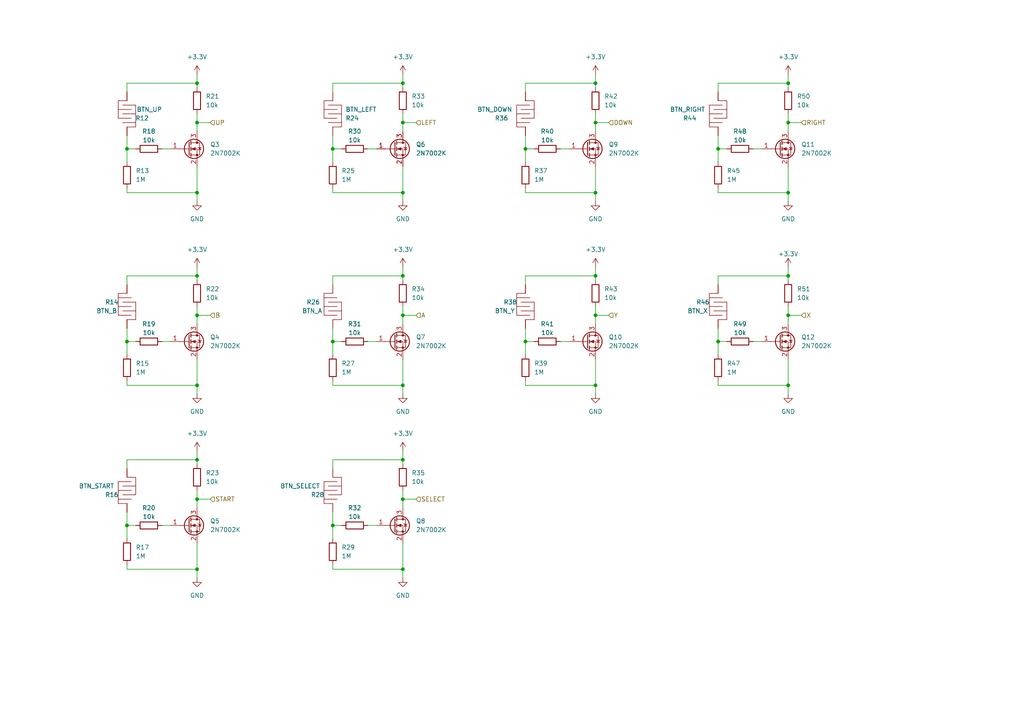
<source format=kicad_sch>
(kicad_sch (version 20211123) (generator eeschema)
  (paper "A4")
  (lib_symbols
    (symbol "Device:R" (pin_numbers hide) (pin_names (offset 0))
      (property "Reference" "R" (at 2.032 0 90))
      (property "Value" "R" (at 0 0 90))
      (symbol "R_0_1"
        (rectangle (start -1.016 -2.54) (end 1.016 2.54) (stroke (width 0.254)))
      )
      (symbol "R_1_1"
        (pin passive line (at 0 3.81 270) (length 1.27) (name "~") (number "1"))
        (pin passive line (at 0 -3.81 90) (length 1.27) (name "~") (number "2"))
      )
    )
    (symbol "Prj_touch_sensors:Resistive_Touch_Pad" (pin_numbers hide) (pin_names hide)
      (property "Reference" "R" (at -3.81 -1.27 0))
      (property "Value" "Resistive_Touch_Pad" (at -12.7 1.27 0))
      (symbol "Resistive_Touch_Pad_0_1"
        (polyline (pts (xy -2.54 0) (xy 1.27 0)))
        (polyline (pts (xy -2.54 2.54) (xy 1.27 2.54)))
        (polyline (pts (xy -1.27 -1.27) (xy 2.54 -1.27)))
        (polyline (pts (xy 0 3.81) (xy -2.54 3.81) (xy -2.54 -2.54)))
        (polyline (pts (xy 1.27 -2.54) (xy -2.54 -2.54) (xy 0 -2.54)))
        (polyline (pts (xy 2.54 1.27) (xy 0 1.27) (xy -1.27 1.27)))
        (polyline (pts (xy 0 -3.81) (xy 2.54 -3.81) (xy 2.54 1.27) (xy 2.54 1.27)))
      )
      (symbol "Resistive_Touch_Pad_1_1"
        (pin passive line (at 0 6.35 270) (length 2.54) (name "") (number "1"))
        (pin passive line (at 0 -6.35 90) (length 2.54) (name "") (number "2"))
      )
    )
    (symbol "Resistive_Touch_Pad_1" (pin_numbers hide) (pin_names hide)
      (property "Reference" "R" (at -3.81 -1.27 0))
      (property "Value" "Resistive_Touch_Pad_1" (at -12.7 1.27 0))
      (symbol "Resistive_Touch_Pad_1_0_1"
        (polyline (pts (xy -2.54 0) (xy 1.27 0)))
        (polyline (pts (xy -2.54 2.54) (xy 1.27 2.54)))
        (polyline (pts (xy -1.27 -1.27) (xy 2.54 -1.27)))
        (polyline (pts (xy 0 3.81) (xy -2.54 3.81) (xy -2.54 -2.54)))
        (polyline (pts (xy 1.27 -2.54) (xy -2.54 -2.54) (xy 0 -2.54)))
        (polyline (pts (xy 2.54 1.27) (xy 0 1.27) (xy -1.27 1.27)))
        (polyline (pts (xy 0 -3.81) (xy 2.54 -3.81) (xy 2.54 1.27) (xy 2.54 1.27)))
      )
      (symbol "Resistive_Touch_Pad_1_1_1"
        (pin passive line (at 0 6.35 270) (length 2.54) (name "") (number "1"))
        (pin passive line (at 0 -6.35 90) (length 2.54) (name "") (number "2"))
      )
    )
    (symbol "Resistive_Touch_Pad_2" (pin_numbers hide) (pin_names hide)
      (property "Reference" "R" (at -3.81 -1.27 0))
      (property "Value" "Resistive_Touch_Pad_2" (at -12.7 1.27 0))
      (symbol "Resistive_Touch_Pad_2_0_1"
        (polyline (pts (xy -2.54 0) (xy 1.27 0)))
        (polyline (pts (xy -2.54 2.54) (xy 1.27 2.54)))
        (polyline (pts (xy -1.27 -1.27) (xy 2.54 -1.27)))
        (polyline (pts (xy 0 3.81) (xy -2.54 3.81) (xy -2.54 -2.54)))
        (polyline (pts (xy 1.27 -2.54) (xy -2.54 -2.54) (xy 0 -2.54)))
        (polyline (pts (xy 2.54 1.27) (xy 0 1.27) (xy -1.27 1.27)))
        (polyline (pts (xy 0 -3.81) (xy 2.54 -3.81) (xy 2.54 1.27) (xy 2.54 1.27)))
      )
      (symbol "Resistive_Touch_Pad_2_1_1"
        (pin passive line (at 0 6.35 270) (length 2.54) (name "") (number "1"))
        (pin passive line (at 0 -6.35 90) (length 2.54) (name "") (number "2"))
      )
    )
    (symbol "Resistive_Touch_Pad_3" (pin_numbers hide) (pin_names hide)
      (property "Reference" "R" (at -3.81 -1.27 0))
      (property "Value" "Resistive_Touch_Pad_3" (at -12.7 1.27 0))
      (symbol "Resistive_Touch_Pad_3_0_1"
        (polyline (pts (xy -2.54 0) (xy 1.27 0)))
        (polyline (pts (xy -2.54 2.54) (xy 1.27 2.54)))
        (polyline (pts (xy -1.27 -1.27) (xy 2.54 -1.27)))
        (polyline (pts (xy 0 3.81) (xy -2.54 3.81) (xy -2.54 -2.54)))
        (polyline (pts (xy 1.27 -2.54) (xy -2.54 -2.54) (xy 0 -2.54)))
        (polyline (pts (xy 2.54 1.27) (xy 0 1.27) (xy -1.27 1.27)))
        (polyline (pts (xy 0 -3.81) (xy 2.54 -3.81) (xy 2.54 1.27) (xy 2.54 1.27)))
      )
      (symbol "Resistive_Touch_Pad_3_1_1"
        (pin passive line (at 0 6.35 270) (length 2.54) (name "") (number "1"))
        (pin passive line (at 0 -6.35 90) (length 2.54) (name "") (number "2"))
      )
    )
    (symbol "Resistive_Touch_Pad_4" (pin_numbers hide) (pin_names hide)
      (property "Reference" "R" (at -3.81 -1.27 0))
      (property "Value" "Resistive_Touch_Pad_4" (at -12.7 1.27 0))
      (symbol "Resistive_Touch_Pad_4_0_1"
        (polyline (pts (xy -2.54 0) (xy 1.27 0)))
        (polyline (pts (xy -2.54 2.54) (xy 1.27 2.54)))
        (polyline (pts (xy -1.27 -1.27) (xy 2.54 -1.27)))
        (polyline (pts (xy 0 3.81) (xy -2.54 3.81) (xy -2.54 -2.54)))
        (polyline (pts (xy 1.27 -2.54) (xy -2.54 -2.54) (xy 0 -2.54)))
        (polyline (pts (xy 2.54 1.27) (xy 0 1.27) (xy -1.27 1.27)))
        (polyline (pts (xy 0 -3.81) (xy 2.54 -3.81) (xy 2.54 1.27) (xy 2.54 1.27)))
      )
      (symbol "Resistive_Touch_Pad_4_1_1"
        (pin passive line (at 0 6.35 270) (length 2.54) (name "") (number "1"))
        (pin passive line (at 0 -6.35 90) (length 2.54) (name "") (number "2"))
      )
    )
    (symbol "Resistive_Touch_Pad_5" (pin_numbers hide) (pin_names hide)
      (property "Reference" "R" (at -3.81 -1.27 0))
      (property "Value" "Resistive_Touch_Pad_5" (at -12.7 1.27 0))
      (symbol "Resistive_Touch_Pad_5_0_1"
        (polyline (pts (xy -2.54 0) (xy 1.27 0)))
        (polyline (pts (xy -2.54 2.54) (xy 1.27 2.54)))
        (polyline (pts (xy -1.27 -1.27) (xy 2.54 -1.27)))
        (polyline (pts (xy 0 3.81) (xy -2.54 3.81) (xy -2.54 -2.54)))
        (polyline (pts (xy 1.27 -2.54) (xy -2.54 -2.54) (xy 0 -2.54)))
        (polyline (pts (xy 2.54 1.27) (xy 0 1.27) (xy -1.27 1.27)))
        (polyline (pts (xy 0 -3.81) (xy 2.54 -3.81) (xy 2.54 1.27) (xy 2.54 1.27)))
      )
      (symbol "Resistive_Touch_Pad_5_1_1"
        (pin passive line (at 0 6.35 270) (length 2.54) (name "") (number "1"))
        (pin passive line (at 0 -6.35 90) (length 2.54) (name "") (number "2"))
      )
    )
    (symbol "Resistive_Touch_Pad_6" (pin_numbers hide) (pin_names hide)
      (property "Reference" "R" (at -3.81 -1.27 0))
      (property "Value" "Resistive_Touch_Pad_6" (at -12.7 1.27 0))
      (symbol "Resistive_Touch_Pad_6_0_1"
        (polyline (pts (xy -2.54 0) (xy 1.27 0)))
        (polyline (pts (xy -2.54 2.54) (xy 1.27 2.54)))
        (polyline (pts (xy -1.27 -1.27) (xy 2.54 -1.27)))
        (polyline (pts (xy 0 3.81) (xy -2.54 3.81) (xy -2.54 -2.54)))
        (polyline (pts (xy 1.27 -2.54) (xy -2.54 -2.54) (xy 0 -2.54)))
        (polyline (pts (xy 2.54 1.27) (xy 0 1.27) (xy -1.27 1.27)))
        (polyline (pts (xy 0 -3.81) (xy 2.54 -3.81) (xy 2.54 1.27) (xy 2.54 1.27)))
      )
      (symbol "Resistive_Touch_Pad_6_1_1"
        (pin passive line (at 0 6.35 270) (length 2.54) (name "") (number "1"))
        (pin passive line (at 0 -6.35 90) (length 2.54) (name "") (number "2"))
      )
    )
    (symbol "Resistive_Touch_Pad_7" (pin_numbers hide) (pin_names hide)
      (property "Reference" "R" (at -3.81 -1.27 0))
      (property "Value" "Resistive_Touch_Pad_7" (at -12.7 1.27 0))
      (symbol "Resistive_Touch_Pad_7_0_1"
        (polyline (pts (xy -2.54 0) (xy 1.27 0)))
        (polyline (pts (xy -2.54 2.54) (xy 1.27 2.54)))
        (polyline (pts (xy -1.27 -1.27) (xy 2.54 -1.27)))
        (polyline (pts (xy 0 3.81) (xy -2.54 3.81) (xy -2.54 -2.54)))
        (polyline (pts (xy 1.27 -2.54) (xy -2.54 -2.54) (xy 0 -2.54)))
        (polyline (pts (xy 2.54 1.27) (xy 0 1.27) (xy -1.27 1.27)))
        (polyline (pts (xy 0 -3.81) (xy 2.54 -3.81) (xy 2.54 1.27) (xy 2.54 1.27)))
      )
      (symbol "Resistive_Touch_Pad_7_1_1"
        (pin passive line (at 0 6.35 270) (length 2.54) (name "") (number "1"))
        (pin passive line (at 0 -6.35 90) (length 2.54) (name "") (number "2"))
      )
    )
    (symbol "Resistive_Touch_Pad_8" (pin_numbers hide) (pin_names hide)
      (property "Reference" "R" (at -3.81 -1.27 0))
      (property "Value" "Resistive_Touch_Pad_8" (at -12.7 1.27 0))
      (symbol "Resistive_Touch_Pad_8_0_1"
        (polyline (pts (xy -2.54 0) (xy 1.27 0)))
        (polyline (pts (xy -2.54 2.54) (xy 1.27 2.54)))
        (polyline (pts (xy -1.27 -1.27) (xy 2.54 -1.27)))
        (polyline (pts (xy 0 3.81) (xy -2.54 3.81) (xy -2.54 -2.54)))
        (polyline (pts (xy 1.27 -2.54) (xy -2.54 -2.54) (xy 0 -2.54)))
        (polyline (pts (xy 2.54 1.27) (xy 0 1.27) (xy -1.27 1.27)))
        (polyline (pts (xy 0 -3.81) (xy 2.54 -3.81) (xy 2.54 1.27) (xy 2.54 1.27)))
      )
      (symbol "Resistive_Touch_Pad_8_1_1"
        (pin passive line (at 0 6.35 270) (length 2.54) (name "") (number "1"))
        (pin passive line (at 0 -6.35 90) (length 2.54) (name "") (number "2"))
      )
    )
    (symbol "Resistive_Touch_Pad_9" (pin_numbers hide) (pin_names hide)
      (property "Reference" "R" (at -3.81 -1.27 0))
      (property "Value" "Resistive_Touch_Pad_9" (at -12.7 1.27 0))
      (symbol "Resistive_Touch_Pad_9_0_1"
        (polyline (pts (xy -2.54 0) (xy 1.27 0)))
        (polyline (pts (xy -2.54 2.54) (xy 1.27 2.54)))
        (polyline (pts (xy -1.27 -1.27) (xy 2.54 -1.27)))
        (polyline (pts (xy 0 3.81) (xy -2.54 3.81) (xy -2.54 -2.54)))
        (polyline (pts (xy 1.27 -2.54) (xy -2.54 -2.54) (xy 0 -2.54)))
        (polyline (pts (xy 2.54 1.27) (xy 0 1.27) (xy -1.27 1.27)))
        (polyline (pts (xy 0 -3.81) (xy 2.54 -3.81) (xy 2.54 1.27) (xy 2.54 1.27)))
      )
      (symbol "Resistive_Touch_Pad_9_1_1"
        (pin passive line (at 0 6.35 270) (length 2.54) (name "") (number "1"))
        (pin passive line (at 0 -6.35 90) (length 2.54) (name "") (number "2"))
      )
    )
    (symbol "Transistor_FET:2N7002K" (pin_names hide)
      (property "Reference" "Q" (at 5.08 1.905 0))
      (property "Value" "2N7002K" (at 5.08 0 0))
      (symbol "2N7002K_0_1"
        (polyline (pts (xy 0.254 0) (xy -2.54 0)))
        (polyline (pts (xy 0.254 1.905) (xy 0.254 -1.905)) (stroke (width 0.254)))
        (polyline (pts (xy 0.762 -1.27) (xy 0.762 -2.286)) (stroke (width 0.254)))
        (polyline (pts (xy 0.762 0.508) (xy 0.762 -0.508)) (stroke (width 0.254)))
        (polyline (pts (xy 0.762 2.286) (xy 0.762 1.27)) (stroke (width 0.254)))
        (polyline (pts (xy 2.54 2.54) (xy 2.54 1.778)))
        (polyline (pts (xy 2.54 -2.54) (xy 2.54 0) (xy 0.762 0)))
        (polyline (pts (xy 0.762 -1.778) (xy 3.302 -1.778) (xy 3.302 1.778) (xy 0.762 1.778)))
        (polyline (pts (xy 1.016 0) (xy 2.032 0.381) (xy 2.032 -0.381) (xy 1.016 0)) (fill (type outline)))
        (polyline (pts (xy 2.794 0.508) (xy 2.921 0.381) (xy 3.683 0.381) (xy 3.81 0.254)))
        (polyline (pts (xy 3.302 0.381) (xy 2.921 -0.254) (xy 3.683 -0.254) (xy 3.302 0.381)))
        (circle (center 1.651 0) (radius 2.794) (stroke (width 0.254)))
        (circle (center 2.54 -1.778) (radius 0.254) (fill (type outline)))
        (circle (center 2.54 1.778) (radius 0.254) (fill (type outline)))
      )
      (symbol "2N7002K_1_1"
        (pin input line (at -5.08 0 0) (length 2.54) (name "G") (number "1"))
        (pin passive line (at 2.54 -5.08 90) (length 2.54) (name "S") (number "2"))
        (pin passive line (at 2.54 5.08 270) (length 2.54) (name "D") (number "3"))
      )
    )
    (symbol "power:+3.3V" (power) (pin_names (offset 0))
      (property "Value" "+3.3V" (at 0 3.556 0))
      (symbol "+3.3V_0_1"
        (polyline (pts (xy -0.762 1.27) (xy 0 2.54)))
        (polyline (pts (xy 0 0) (xy 0 2.54)))
        (polyline (pts (xy 0 2.54) (xy 0.762 1.27)))
      )
      (symbol "+3.3V_1_1"
        (pin power_in line (at 0 0 90) (length 0) hide (name "+3.3V") (number "1"))
      )
    )
    (symbol "power:GND" (power) (pin_names (offset 0))
      (property "Value" "GND" (at 0 -3.81 0))
      (symbol "GND_0_1"
        (polyline (pts (xy 0 0) (xy 0 -1.27) (xy 1.27 -1.27) (xy 0 -2.54) (xy -1.27 -1.27) (xy 0 -1.27)))
      )
      (symbol "GND_1_1"
        (pin power_in line (at 0 0 270) (length 0) hide (name "GND") (number "1"))
      )
    )
  )
  (junction (at 57.15 91.44))
  (junction (at 116.84 144.78))
  (junction (at 228.6 35.56))
  (junction (at 57.15 55.88))
  (junction (at 116.84 133.35))
  (junction (at 116.84 35.56))
  (junction (at 57.15 165.1))
  (junction (at 116.84 91.44))
  (junction (at 116.84 111.76))
  (junction (at 96.52 99.06))
  (junction (at 228.6 55.88))
  (junction (at 172.72 35.56))
  (junction (at 152.4 43.18))
  (junction (at 36.83 43.18))
  (junction (at 57.15 35.56))
  (junction (at 36.83 152.4))
  (junction (at 172.72 80.01))
  (junction (at 116.84 55.88))
  (junction (at 208.28 43.18))
  (junction (at 172.72 24.13))
  (junction (at 96.52 43.18))
  (junction (at 57.15 111.76))
  (junction (at 57.15 24.13))
  (junction (at 228.6 111.76))
  (junction (at 228.6 91.44))
  (junction (at 228.6 80.01))
  (junction (at 172.72 91.44))
  (junction (at 172.72 55.88))
  (junction (at 57.15 80.01))
  (junction (at 36.83 99.06))
  (junction (at 116.84 165.1))
  (junction (at 57.15 133.35))
  (junction (at 152.4 99.06))
  (junction (at 172.72 111.76))
  (junction (at 208.28 99.06))
  (junction (at 228.6 24.13))
  (junction (at 57.15 144.78))
  (junction (at 96.52 152.4))
  (junction (at 116.84 24.13))
  (junction (at 116.84 80.01))
  (wire (pts (xy 96.52 110.49) (xy 96.52 111.76)))
  (wire (pts (xy 116.84 55.88) (xy 116.84 58.42)))
  (wire (pts (xy 116.84 157.48) (xy 116.84 165.1)))
  (wire (pts (xy 57.15 111.76) (xy 57.15 114.3)))
  (wire (pts (xy 36.83 95.25) (xy 36.83 99.06)))
  (wire (pts (xy 208.28 95.25) (xy 208.28 99.06)))
  (wire (pts (xy 162.56 43.18) (xy 165.1 43.18)))
  (wire (pts (xy 36.83 133.35) (xy 57.15 133.35)))
  (wire (pts (xy 96.52 99.06) (xy 99.06 99.06)))
  (wire (pts (xy 152.4 54.61) (xy 152.4 55.88)))
  (wire (pts (xy 228.6 55.88) (xy 228.6 58.42)))
  (wire (pts (xy 96.52 152.4) (xy 99.06 152.4)))
  (wire (pts (xy 228.6 104.14) (xy 228.6 111.76)))
  (wire (pts (xy 208.28 110.49) (xy 208.28 111.76)))
  (wire (pts (xy 228.6 48.26) (xy 228.6 55.88)))
  (wire (pts (xy 172.72 48.26) (xy 172.72 55.88)))
  (wire (pts (xy 57.15 91.44) (xy 60.96 91.44)))
  (wire (pts (xy 208.28 39.37) (xy 208.28 43.18)))
  (wire (pts (xy 152.4 99.06) (xy 154.94 99.06)))
  (wire (pts (xy 57.15 165.1) (xy 57.15 167.64)))
  (wire (pts (xy 152.4 80.01) (xy 152.4 82.55)))
  (wire (pts (xy 96.52 156.21) (xy 96.52 152.4)))
  (wire (pts (xy 116.84 77.47) (xy 116.84 80.01)))
  (wire (pts (xy 116.84 91.44) (xy 120.65 91.44)))
  (wire (pts (xy 57.15 80.01) (xy 57.15 81.28)))
  (wire (pts (xy 46.99 99.06) (xy 49.53 99.06)))
  (wire (pts (xy 228.6 21.59) (xy 228.6 24.13)))
  (wire (pts (xy 96.52 133.35) (xy 96.52 135.89)))
  (wire (pts (xy 96.52 39.37) (xy 96.52 43.18)))
  (wire (pts (xy 96.52 111.76) (xy 116.84 111.76)))
  (wire (pts (xy 96.52 163.83) (xy 96.52 165.1)))
  (wire (pts (xy 116.84 165.1) (xy 116.84 167.64)))
  (wire (pts (xy 152.4 111.76) (xy 172.72 111.76)))
  (wire (pts (xy 116.84 144.78) (xy 116.84 147.32)))
  (wire (pts (xy 218.44 43.18) (xy 220.98 43.18)))
  (wire (pts (xy 57.15 144.78) (xy 60.96 144.78)))
  (wire (pts (xy 36.83 110.49) (xy 36.83 111.76)))
  (wire (pts (xy 228.6 24.13) (xy 228.6 25.4)))
  (wire (pts (xy 36.83 163.83) (xy 36.83 165.1)))
  (wire (pts (xy 106.68 99.06) (xy 109.22 99.06)))
  (wire (pts (xy 57.15 55.88) (xy 57.15 58.42)))
  (wire (pts (xy 152.4 110.49) (xy 152.4 111.76)))
  (wire (pts (xy 96.52 133.35) (xy 116.84 133.35)))
  (wire (pts (xy 57.15 35.56) (xy 60.96 35.56)))
  (wire (pts (xy 208.28 46.99) (xy 208.28 43.18)))
  (wire (pts (xy 208.28 80.01) (xy 208.28 82.55)))
  (wire (pts (xy 152.4 55.88) (xy 172.72 55.88)))
  (wire (pts (xy 46.99 152.4) (xy 49.53 152.4)))
  (wire (pts (xy 172.72 21.59) (xy 172.72 24.13)))
  (wire (pts (xy 208.28 24.13) (xy 228.6 24.13)))
  (wire (pts (xy 36.83 99.06) (xy 39.37 99.06)))
  (wire (pts (xy 96.52 95.25) (xy 96.52 99.06)))
  (wire (pts (xy 96.52 24.13) (xy 116.84 24.13)))
  (wire (pts (xy 96.52 24.13) (xy 96.52 26.67)))
  (wire (pts (xy 96.52 54.61) (xy 96.52 55.88)))
  (wire (pts (xy 228.6 91.44) (xy 228.6 93.98)))
  (wire (pts (xy 57.15 21.59) (xy 57.15 24.13)))
  (wire (pts (xy 116.84 35.56) (xy 116.84 38.1)))
  (wire (pts (xy 36.83 148.59) (xy 36.83 152.4)))
  (wire (pts (xy 208.28 102.87) (xy 208.28 99.06)))
  (wire (pts (xy 228.6 35.56) (xy 228.6 38.1)))
  (wire (pts (xy 36.83 165.1) (xy 57.15 165.1)))
  (wire (pts (xy 228.6 33.02) (xy 228.6 35.56)))
  (wire (pts (xy 106.68 152.4) (xy 109.22 152.4)))
  (wire (pts (xy 208.28 43.18) (xy 210.82 43.18)))
  (wire (pts (xy 57.15 33.02) (xy 57.15 35.56)))
  (wire (pts (xy 208.28 80.01) (xy 228.6 80.01)))
  (wire (pts (xy 96.52 80.01) (xy 116.84 80.01)))
  (wire (pts (xy 228.6 35.56) (xy 232.41 35.56)))
  (wire (pts (xy 152.4 43.18) (xy 154.94 43.18)))
  (wire (pts (xy 106.68 43.18) (xy 109.22 43.18)))
  (wire (pts (xy 57.15 91.44) (xy 57.15 93.98)))
  (wire (pts (xy 36.83 102.87) (xy 36.83 99.06)))
  (wire (pts (xy 218.44 99.06) (xy 220.98 99.06)))
  (wire (pts (xy 36.83 39.37) (xy 36.83 43.18)))
  (wire (pts (xy 172.72 24.13) (xy 172.72 25.4)))
  (wire (pts (xy 96.52 43.18) (xy 99.06 43.18)))
  (wire (pts (xy 116.84 142.24) (xy 116.84 144.78)))
  (wire (pts (xy 36.83 54.61) (xy 36.83 55.88)))
  (wire (pts (xy 96.52 55.88) (xy 116.84 55.88)))
  (wire (pts (xy 36.83 46.99) (xy 36.83 43.18)))
  (wire (pts (xy 96.52 102.87) (xy 96.52 99.06)))
  (wire (pts (xy 96.52 165.1) (xy 116.84 165.1)))
  (wire (pts (xy 36.83 43.18) (xy 39.37 43.18)))
  (wire (pts (xy 152.4 24.13) (xy 172.72 24.13)))
  (wire (pts (xy 46.99 43.18) (xy 49.53 43.18)))
  (wire (pts (xy 116.84 88.9) (xy 116.84 91.44)))
  (wire (pts (xy 172.72 80.01) (xy 172.72 81.28)))
  (wire (pts (xy 208.28 111.76) (xy 228.6 111.76)))
  (wire (pts (xy 96.52 148.59) (xy 96.52 152.4)))
  (wire (pts (xy 57.15 144.78) (xy 57.15 147.32)))
  (wire (pts (xy 36.83 24.13) (xy 36.83 26.67)))
  (wire (pts (xy 172.72 35.56) (xy 172.72 38.1)))
  (wire (pts (xy 36.83 133.35) (xy 36.83 135.89)))
  (wire (pts (xy 208.28 99.06) (xy 210.82 99.06)))
  (wire (pts (xy 57.15 142.24) (xy 57.15 144.78)))
  (wire (pts (xy 162.56 99.06) (xy 165.1 99.06)))
  (wire (pts (xy 208.28 55.88) (xy 228.6 55.88)))
  (wire (pts (xy 116.84 104.14) (xy 116.84 111.76)))
  (wire (pts (xy 228.6 91.44) (xy 232.41 91.44)))
  (wire (pts (xy 36.83 152.4) (xy 39.37 152.4)))
  (wire (pts (xy 57.15 88.9) (xy 57.15 91.44)))
  (wire (pts (xy 116.84 24.13) (xy 116.84 25.4)))
  (wire (pts (xy 36.83 55.88) (xy 57.15 55.88)))
  (wire (pts (xy 57.15 130.81) (xy 57.15 133.35)))
  (wire (pts (xy 57.15 133.35) (xy 57.15 134.62)))
  (wire (pts (xy 116.84 48.26) (xy 116.84 55.88)))
  (wire (pts (xy 116.84 80.01) (xy 116.84 81.28)))
  (wire (pts (xy 57.15 24.13) (xy 57.15 25.4)))
  (wire (pts (xy 172.72 91.44) (xy 172.72 93.98)))
  (wire (pts (xy 116.84 111.76) (xy 116.84 114.3)))
  (wire (pts (xy 208.28 54.61) (xy 208.28 55.88)))
  (wire (pts (xy 172.72 111.76) (xy 172.72 114.3)))
  (wire (pts (xy 172.72 77.47) (xy 172.72 80.01)))
  (wire (pts (xy 172.72 104.14) (xy 172.72 111.76)))
  (wire (pts (xy 116.84 21.59) (xy 116.84 24.13)))
  (wire (pts (xy 172.72 91.44) (xy 176.53 91.44)))
  (wire (pts (xy 57.15 157.48) (xy 57.15 165.1)))
  (wire (pts (xy 208.28 24.13) (xy 208.28 26.67)))
  (wire (pts (xy 57.15 48.26) (xy 57.15 55.88)))
  (wire (pts (xy 36.83 156.21) (xy 36.83 152.4)))
  (wire (pts (xy 152.4 39.37) (xy 152.4 43.18)))
  (wire (pts (xy 228.6 80.01) (xy 228.6 81.28)))
  (wire (pts (xy 172.72 35.56) (xy 176.53 35.56)))
  (wire (pts (xy 152.4 46.99) (xy 152.4 43.18)))
  (wire (pts (xy 152.4 95.25) (xy 152.4 99.06)))
  (wire (pts (xy 36.83 80.01) (xy 36.83 82.55)))
  (wire (pts (xy 228.6 77.47) (xy 228.6 80.01)))
  (wire (pts (xy 228.6 88.9) (xy 228.6 91.44)))
  (wire (pts (xy 116.84 133.35) (xy 116.84 134.62)))
  (wire (pts (xy 152.4 24.13) (xy 152.4 26.67)))
  (wire (pts (xy 57.15 104.14) (xy 57.15 111.76)))
  (wire (pts (xy 96.52 46.99) (xy 96.52 43.18)))
  (wire (pts (xy 116.84 130.81) (xy 116.84 133.35)))
  (wire (pts (xy 116.84 144.78) (xy 120.65 144.78)))
  (wire (pts (xy 116.84 91.44) (xy 116.84 93.98)))
  (wire (pts (xy 96.52 80.01) (xy 96.52 82.55)))
  (wire (pts (xy 57.15 35.56) (xy 57.15 38.1)))
  (wire (pts (xy 36.83 80.01) (xy 57.15 80.01)))
  (wire (pts (xy 116.84 35.56) (xy 120.65 35.56)))
  (wire (pts (xy 36.83 111.76) (xy 57.15 111.76)))
  (wire (pts (xy 228.6 111.76) (xy 228.6 114.3)))
  (wire (pts (xy 172.72 88.9) (xy 172.72 91.44)))
  (wire (pts (xy 172.72 55.88) (xy 172.72 58.42)))
  (wire (pts (xy 152.4 102.87) (xy 152.4 99.06)))
  (wire (pts (xy 152.4 80.01) (xy 172.72 80.01)))
  (wire (pts (xy 172.72 33.02) (xy 172.72 35.56)))
  (wire (pts (xy 116.84 33.02) (xy 116.84 35.56)))
  (wire (pts (xy 57.15 77.47) (xy 57.15 80.01)))
  (wire (pts (xy 36.83 24.13) (xy 57.15 24.13)))
  (hierarchical_label "SELECT" (shape input) (at 120.65 144.78 0))
  (hierarchical_label "B" (shape input) (at 60.96 91.44 0))
  (hierarchical_label "X" (shape input) (at 232.41 91.44 0))
  (hierarchical_label "A" (shape input) (at 120.65 91.44 0))
  (hierarchical_label "DOWN" (shape input) (at 176.53 35.56 0))
  (hierarchical_label "START" (shape input) (at 60.96 144.78 0))
  (hierarchical_label "UP" (shape input) (at 60.96 35.56 0))
  (hierarchical_label "RIGHT" (shape input) (at 232.41 35.56 0))
  (hierarchical_label "LEFT" (shape input) (at 120.65 35.56 0))
  (hierarchical_label "Y" (shape input) (at 176.53 91.44 0))
  (symbol (lib_id "Transistor_FET:2N7002K") (at 114.3 152.4 0) (unit 1)
    (property "Reference" "Q8" (at 120.65 151.1299 0) (effects (justify left)))
    (property "Value" "2N7002K" (at 120.65 153.6699 0) (effects (justify left)))
    (property "Footprint" "Package_TO_SOT_SMD:SOT-23" (effects hide))
    (property "Datasheet" "https://www.diodes.com/assets/Datasheets/ds30896.pdf" (effects hide))
  )
  (symbol (lib_name "Resistive_Touch_Pad_6") (lib_id "Prj_touch_sensors:Resistive_Touch_Pad") (at 208.28 33.02 0) (mirror x) (unit 1) (in_bom no)
    (property "Reference" "R44" (at 198.12 34.29 0) (effects (justify left)))
    (property "Value" "BTN_RIGHT" (at 194.31 31.75 0) (effects (justify left)))
    (property "Footprint" "Prj_touch_pads:Resistive_Pad_Arrow_10mm" (effects hide))
  )
  (symbol (lib_id "Transistor_FET:2N7002K") (at 54.61 99.06 0) (unit 1)
    (property "Reference" "Q4" (at 60.96 97.7899 0) (effects (justify left)))
    (property "Value" "2N7002K" (at 60.96 100.3299 0) (effects (justify left)))
    (property "Footprint" "Package_TO_SOT_SMD:SOT-23" (effects hide))
    (property "Datasheet" "https://www.diodes.com/assets/Datasheets/ds30896.pdf" (effects hide))
  )
  (symbol (lib_id "Device:R") (at 102.87 99.06 90) (unit 1)
    (property "Reference" "R31" (at 102.87 93.98 90))
    (property "Value" "10k" (at 102.87 96.52 90))
    (property "Footprint" "Resistor_SMD:R_0402_1005Metric_Pad0.72x0.64mm_HandSolder" (effects hide))
  )
  (symbol (lib_id "Device:R") (at 102.87 152.4 90) (unit 1)
    (property "Reference" "R32" (at 102.87 147.32 90))
    (property "Value" "10k" (at 102.87 149.86 90))
    (property "Footprint" "Resistor_SMD:R_0402_1005Metric_Pad0.72x0.64mm_HandSolder" (effects hide))
  )
  (symbol (lib_name "Resistive_Touch_Pad_2") (lib_id "Prj_touch_sensors:Resistive_Touch_Pad") (at 152.4 88.9 0) (unit 1) (in_bom no)
    (property "Reference" "R38" (at 146.05 87.63 0) (effects (justify left)))
    (property "Value" "BTN_Y" (at 143.51 90.17 0) (effects (justify left)))
    (property "Footprint" "Prj_touch_pads:Resistive_Pad_round_10_mm" (effects hide))
  )
  (symbol (lib_id "Device:R") (at 57.15 29.21 0) (unit 1)
    (property "Reference" "R21" (at 59.69 27.9399 0) (effects (justify left)))
    (property "Value" "10k" (at 59.69 30.4799 0) (effects (justify left)))
    (property "Footprint" "Resistor_SMD:R_0402_1005Metric_Pad0.72x0.64mm_HandSolder" (effects hide))
  )
  (symbol (lib_id "Device:R") (at 152.4 106.68 0) (unit 1)
    (property "Reference" "R39" (at 154.94 105.4099 0) (effects (justify left)))
    (property "Value" "1M" (at 154.94 107.9499 0) (effects (justify left)))
    (property "Footprint" "Resistor_SMD:R_0402_1005Metric_Pad0.72x0.64mm_HandSolder" (effects hide))
  )
  (symbol (lib_id "power:+3.3V") (at 116.84 77.47 0) (unit 1)
    (property "Reference" "#PWR036" (effects hide))
    (property "Value" "+3.3V" (at 116.84 72.39 0))
  )
  (symbol (lib_id "Device:R") (at 96.52 50.8 0) (unit 1)
    (property "Reference" "R25" (at 99.06 49.5299 0) (effects (justify left)))
    (property "Value" "1M" (at 99.06 52.0699 0) (effects (justify left)))
    (property "Footprint" "Resistor_SMD:R_0402_1005Metric_Pad0.72x0.64mm_HandSolder" (effects hide))
  )
  (symbol (lib_name "Resistive_Touch_Pad_5") (lib_id "Prj_touch_sensors:Resistive_Touch_Pad") (at 208.28 88.9 0) (unit 1) (in_bom no)
    (property "Reference" "R46" (at 201.93 87.63 0) (effects (justify left)))
    (property "Value" "BTN_X" (at 199.39 90.17 0) (effects (justify left)))
    (property "Footprint" "Prj_touch_pads:Resistive_Pad_round_10_mm" (effects hide))
  )
  (symbol (lib_id "Device:R") (at 152.4 50.8 0) (unit 1)
    (property "Reference" "R37" (at 154.94 49.5299 0) (effects (justify left)))
    (property "Value" "1M" (at 154.94 52.0699 0) (effects (justify left)))
    (property "Footprint" "Resistor_SMD:R_0402_1005Metric_Pad0.72x0.64mm_HandSolder" (effects hide))
  )
  (symbol (lib_id "Transistor_FET:2N7002K") (at 114.3 43.18 0) (unit 1)
    (property "Reference" "Q6" (at 120.65 41.9099 0) (effects (justify left)))
    (property "Value" "2N7002K" (at 120.65 44.4499 0) (effects (justify left)))
    (property "Footprint" "Package_TO_SOT_SMD:SOT-23" (effects hide))
    (property "Datasheet" "https://www.diodes.com/assets/Datasheets/ds30896.pdf" (effects hide))
  )
  (symbol (lib_id "power:+3.3V") (at 116.84 130.81 0) (unit 1)
    (property "Reference" "#PWR038" (effects hide))
    (property "Value" "+3.3V" (at 116.84 125.73 0))
  )
  (symbol (lib_id "Device:R") (at 172.72 85.09 0) (unit 1)
    (property "Reference" "R43" (at 175.26 83.8199 0) (effects (justify left)))
    (property "Value" "10k" (at 175.26 86.3599 0) (effects (justify left)))
    (property "Footprint" "Resistor_SMD:R_0402_1005Metric_Pad0.72x0.64mm_HandSolder" (effects hide))
  )
  (symbol (lib_id "Transistor_FET:2N7002K") (at 114.3 99.06 0) (unit 1)
    (property "Reference" "Q7" (at 120.65 97.7899 0) (effects (justify left)))
    (property "Value" "2N7002K" (at 120.65 100.3299 0) (effects (justify left)))
    (property "Footprint" "Package_TO_SOT_SMD:SOT-23" (effects hide))
    (property "Datasheet" "https://www.diodes.com/assets/Datasheets/ds30896.pdf" (effects hide))
  )
  (symbol (lib_id "Transistor_FET:2N7002K") (at 170.18 99.06 0) (unit 1)
    (property "Reference" "Q10" (at 176.53 97.7899 0) (effects (justify left)))
    (property "Value" "2N7002K" (at 176.53 100.3299 0) (effects (justify left)))
    (property "Footprint" "Package_TO_SOT_SMD:SOT-23" (effects hide))
    (property "Datasheet" "https://www.diodes.com/assets/Datasheets/ds30896.pdf" (effects hide))
  )
  (symbol (lib_id "power:GND") (at 116.84 58.42 0) (unit 1)
    (property "Reference" "#PWR035" (effects hide))
    (property "Value" "GND" (at 116.84 63.5 0))
  )
  (symbol (lib_id "Device:R") (at 43.18 43.18 90) (unit 1)
    (property "Reference" "R18" (at 43.18 38.1 90))
    (property "Value" "10k" (at 43.18 40.64 90))
    (property "Footprint" "Resistor_SMD:R_0402_1005Metric_Pad0.72x0.64mm_HandSolder" (effects hide))
  )
  (symbol (lib_id "power:GND") (at 57.15 58.42 0) (unit 1)
    (property "Reference" "#PWR029" (effects hide))
    (property "Value" "GND" (at 57.15 63.5 0))
  )
  (symbol (lib_id "power:GND") (at 228.6 114.3 0) (unit 1)
    (property "Reference" "#PWR047" (effects hide))
    (property "Value" "GND" (at 228.6 119.38 0))
  )
  (symbol (lib_name "Resistive_Touch_Pad_3") (lib_id "Prj_touch_sensors:Resistive_Touch_Pad") (at 96.52 142.24 0) (mirror x) (unit 1) (in_bom no)
    (property "Reference" "R28" (at 90.17 143.51 0) (effects (justify left)))
    (property "Value" "BTN_SELECT" (at 81.28 140.97 0) (effects (justify left)))
    (property "Footprint" "Prj_touch_pads:Resistive_Pad_rectangular_rounded_7x10mm" (effects hide))
  )
  (symbol (lib_id "power:+3.3V") (at 57.15 77.47 0) (unit 1)
    (property "Reference" "#PWR030" (effects hide))
    (property "Value" "+3.3V" (at 57.15 72.39 0))
  )
  (symbol (lib_id "power:GND") (at 116.84 114.3 0) (unit 1)
    (property "Reference" "#PWR037" (effects hide))
    (property "Value" "GND" (at 116.84 119.38 0))
  )
  (symbol (lib_id "Device:R") (at 214.63 43.18 90) (unit 1)
    (property "Reference" "R48" (at 214.63 38.1 90))
    (property "Value" "10k" (at 214.63 40.64 90))
    (property "Footprint" "Resistor_SMD:R_0402_1005Metric_Pad0.72x0.64mm_HandSolder" (effects hide))
  )
  (symbol (lib_id "Device:R") (at 158.75 43.18 90) (unit 1)
    (property "Reference" "R40" (at 158.75 38.1 90))
    (property "Value" "10k" (at 158.75 40.64 90))
    (property "Footprint" "Resistor_SMD:R_0402_1005Metric_Pad0.72x0.64mm_HandSolder" (effects hide))
  )
  (symbol (lib_name "Resistive_Touch_Pad_1") (lib_id "Prj_touch_sensors:Resistive_Touch_Pad") (at 152.4 33.02 0) (mirror x) (unit 1) (in_bom no)
    (property "Reference" "R36" (at 143.51 34.29 0) (effects (justify left)))
    (property "Value" "BTN_DOWN" (at 138.43 31.75 0) (effects (justify left)))
    (property "Footprint" "Prj_touch_pads:Resistive_Pad_Arrow_10mm" (effects hide))
  )
  (symbol (lib_name "Resistive_Touch_Pad_7") (lib_id "Prj_touch_sensors:Resistive_Touch_Pad") (at 96.52 88.9 0) (unit 1) (in_bom no)
    (property "Reference" "R26" (at 88.9 87.63 0) (effects (justify left)))
    (property "Value" "BTN_A" (at 87.63 90.17 0) (effects (justify left)))
    (property "Footprint" "Prj_touch_pads:Resistive_Pad_round_10_mm" (effects hide))
  )
  (symbol (lib_id "Device:R") (at 96.52 106.68 0) (unit 1)
    (property "Reference" "R27" (at 99.06 105.4099 0) (effects (justify left)))
    (property "Value" "1M" (at 99.06 107.9499 0) (effects (justify left)))
    (property "Footprint" "Resistor_SMD:R_0402_1005Metric_Pad0.72x0.64mm_HandSolder" (effects hide))
  )
  (symbol (lib_id "Device:R") (at 43.18 152.4 90) (unit 1)
    (property "Reference" "R20" (at 43.18 147.32 90))
    (property "Value" "10k" (at 43.18 149.86 90))
    (property "Footprint" "Resistor_SMD:R_0402_1005Metric_Pad0.72x0.64mm_HandSolder" (effects hide))
  )
  (symbol (lib_id "power:+3.3V") (at 172.72 21.59 0) (unit 1)
    (property "Reference" "#PWR040" (effects hide))
    (property "Value" "+3.3V" (at 172.72 16.51 0))
  )
  (symbol (lib_id "power:GND") (at 57.15 167.64 0) (unit 1)
    (property "Reference" "#PWR033" (effects hide))
    (property "Value" "GND" (at 57.15 172.72 0))
  )
  (symbol (lib_id "Device:R") (at 228.6 85.09 0) (unit 1)
    (property "Reference" "R51" (at 231.14 83.8199 0) (effects (justify left)))
    (property "Value" "10k" (at 231.14 86.3599 0) (effects (justify left)))
    (property "Footprint" "Resistor_SMD:R_0402_1005Metric_Pad0.72x0.64mm_HandSolder" (effects hide))
  )
  (symbol (lib_id "Device:R") (at 116.84 29.21 0) (unit 1)
    (property "Reference" "R33" (at 119.38 27.9399 0) (effects (justify left)))
    (property "Value" "10k" (at 119.38 30.4799 0) (effects (justify left)))
    (property "Footprint" "Resistor_SMD:R_0402_1005Metric_Pad0.72x0.64mm_HandSolder" (effects hide))
  )
  (symbol (lib_id "power:GND") (at 172.72 114.3 0) (unit 1)
    (property "Reference" "#PWR043" (effects hide))
    (property "Value" "GND" (at 172.72 119.38 0))
  )
  (symbol (lib_id "Device:R") (at 57.15 138.43 0) (unit 1)
    (property "Reference" "R23" (at 59.69 137.1599 0) (effects (justify left)))
    (property "Value" "10k" (at 59.69 139.6999 0) (effects (justify left)))
    (property "Footprint" "Resistor_SMD:R_0402_1005Metric_Pad0.72x0.64mm_HandSolder" (effects hide))
  )
  (symbol (lib_id "Device:R") (at 96.52 160.02 0) (unit 1)
    (property "Reference" "R29" (at 99.06 158.7499 0) (effects (justify left)))
    (property "Value" "1M" (at 99.06 161.2899 0) (effects (justify left)))
    (property "Footprint" "Resistor_SMD:R_0402_1005Metric_Pad0.72x0.64mm_HandSolder" (effects hide))
  )
  (symbol (lib_id "Transistor_FET:2N7002K") (at 226.06 43.18 0) (unit 1)
    (property "Reference" "Q11" (at 232.41 41.9099 0) (effects (justify left)))
    (property "Value" "2N7002K" (at 232.41 44.4499 0) (effects (justify left)))
    (property "Footprint" "Package_TO_SOT_SMD:SOT-23" (effects hide))
    (property "Datasheet" "https://www.diodes.com/assets/Datasheets/ds30896.pdf" (effects hide))
  )
  (symbol (lib_id "Device:R") (at 208.28 106.68 0) (unit 1)
    (property "Reference" "R47" (at 210.82 105.4099 0) (effects (justify left)))
    (property "Value" "1M" (at 210.82 107.9499 0) (effects (justify left)))
    (property "Footprint" "Resistor_SMD:R_0402_1005Metric_Pad0.72x0.64mm_HandSolder" (effects hide))
  )
  (symbol (lib_id "Device:R") (at 208.28 50.8 0) (unit 1)
    (property "Reference" "R45" (at 210.82 49.5299 0) (effects (justify left)))
    (property "Value" "1M" (at 210.82 52.0699 0) (effects (justify left)))
    (property "Footprint" "Resistor_SMD:R_0402_1005Metric_Pad0.72x0.64mm_HandSolder" (effects hide))
  )
  (symbol (lib_id "power:GND") (at 116.84 167.64 0) (unit 1)
    (property "Reference" "#PWR039" (effects hide))
    (property "Value" "GND" (at 116.84 172.72 0))
  )
  (symbol (lib_id "power:+3.3V") (at 116.84 21.59 0) (unit 1)
    (property "Reference" "#PWR034" (effects hide))
    (property "Value" "+3.3V" (at 116.84 16.51 0))
  )
  (symbol (lib_id "Device:R") (at 214.63 99.06 90) (unit 1)
    (property "Reference" "R49" (at 214.63 93.98 90))
    (property "Value" "10k" (at 214.63 96.52 90))
    (property "Footprint" "Resistor_SMD:R_0402_1005Metric_Pad0.72x0.64mm_HandSolder" (effects hide))
  )
  (symbol (lib_id "power:GND") (at 57.15 114.3 0) (unit 1)
    (property "Reference" "#PWR031" (effects hide))
    (property "Value" "GND" (at 57.15 119.38 0))
  )
  (symbol (lib_id "Device:R") (at 36.83 106.68 0) (unit 1)
    (property "Reference" "R15" (at 39.37 105.4099 0) (effects (justify left)))
    (property "Value" "1M" (at 39.37 107.9499 0) (effects (justify left)))
    (property "Footprint" "Resistor_SMD:R_0402_1005Metric_Pad0.72x0.64mm_HandSolder" (effects hide))
  )
  (symbol (lib_id "power:+3.3V") (at 57.15 21.59 0) (unit 1)
    (property "Reference" "#PWR028" (effects hide))
    (property "Value" "+3.3V" (at 57.15 16.51 0))
  )
  (symbol (lib_name "Resistive_Touch_Pad_9") (lib_id "Prj_touch_sensors:Resistive_Touch_Pad") (at 96.52 33.02 180) (unit 1) (in_bom no)
    (property "Reference" "R24" (at 104.14 34.29 0) (effects (justify left)))
    (property "Value" "BTN_LEFT" (at 109.22 31.75 0) (effects (justify left)))
    (property "Footprint" "Prj_touch_pads:Resistive_Pad_Arrow_10mm" (effects hide))
  )
  (symbol (lib_id "Device:R") (at 36.83 50.8 0) (unit 1)
    (property "Reference" "R13" (at 39.37 49.5299 0) (effects (justify left)))
    (property "Value" "1M" (at 39.37 52.0699 0) (effects (justify left)))
    (property "Footprint" "Resistor_SMD:R_0402_1005Metric_Pad0.72x0.64mm_HandSolder" (effects hide))
  )
  (symbol (lib_id "Device:R") (at 172.72 29.21 0) (unit 1)
    (property "Reference" "R42" (at 175.26 27.9399 0) (effects (justify left)))
    (property "Value" "10k" (at 175.26 30.4799 0) (effects (justify left)))
    (property "Footprint" "Resistor_SMD:R_0402_1005Metric_Pad0.72x0.64mm_HandSolder" (effects hide))
  )
  (symbol (lib_id "Device:R") (at 43.18 99.06 90) (unit 1)
    (property "Reference" "R19" (at 43.18 93.98 90))
    (property "Value" "10k" (at 43.18 96.52 90))
    (property "Footprint" "Resistor_SMD:R_0402_1005Metric_Pad0.72x0.64mm_HandSolder" (effects hide))
  )
  (symbol (lib_id "power:+3.3V") (at 57.15 130.81 0) (unit 1)
    (property "Reference" "#PWR032" (effects hide))
    (property "Value" "+3.3V" (at 57.15 125.73 0))
  )
  (symbol (lib_id "Transistor_FET:2N7002K") (at 54.61 43.18 0) (unit 1)
    (property "Reference" "Q3" (at 60.96 41.9099 0) (effects (justify left)))
    (property "Value" "2N7002K" (at 60.96 44.4499 0) (effects (justify left)))
    (property "Footprint" "Package_TO_SOT_SMD:SOT-23" (effects hide))
    (property "Datasheet" "https://www.diodes.com/assets/Datasheets/ds30896.pdf" (effects hide))
  )
  (symbol (lib_id "Device:R") (at 36.83 160.02 0) (unit 1)
    (property "Reference" "R17" (at 39.37 158.7499 0) (effects (justify left)))
    (property "Value" "1M" (at 39.37 161.2899 0) (effects (justify left)))
    (property "Footprint" "Resistor_SMD:R_0402_1005Metric_Pad0.72x0.64mm_HandSolder" (effects hide))
  )
  (symbol (lib_id "Device:R") (at 102.87 43.18 90) (unit 1)
    (property "Reference" "R30" (at 102.87 38.1 90))
    (property "Value" "10k" (at 102.87 40.64 90))
    (property "Footprint" "Resistor_SMD:R_0402_1005Metric_Pad0.72x0.64mm_HandSolder" (effects hide))
  )
  (symbol (lib_id "Transistor_FET:2N7002K") (at 226.06 99.06 0) (unit 1)
    (property "Reference" "Q12" (at 232.41 97.7899 0) (effects (justify left)))
    (property "Value" "2N7002K" (at 232.41 100.3299 0) (effects (justify left)))
    (property "Footprint" "Package_TO_SOT_SMD:SOT-23" (effects hide))
    (property "Datasheet" "https://www.diodes.com/assets/Datasheets/ds30896.pdf" (effects hide))
  )
  (symbol (lib_id "power:+3.3V") (at 172.72 77.47 0) (unit 1)
    (property "Reference" "#PWR042" (effects hide))
    (property "Value" "+3.3V" (at 172.72 72.39 0))
  )
  (symbol (lib_id "power:GND") (at 228.6 58.42 0) (unit 1)
    (property "Reference" "#PWR045" (effects hide))
    (property "Value" "GND" (at 228.6 63.5 0))
  )
  (symbol (lib_id "Transistor_FET:2N7002K") (at 54.61 152.4 0) (unit 1)
    (property "Reference" "Q5" (at 60.96 151.1299 0) (effects (justify left)))
    (property "Value" "2N7002K" (at 60.96 153.6699 0) (effects (justify left)))
    (property "Footprint" "Package_TO_SOT_SMD:SOT-23" (effects hide))
    (property "Datasheet" "https://www.diodes.com/assets/Datasheets/ds30896.pdf" (effects hide))
  )
  (symbol (lib_id "Device:R") (at 116.84 85.09 0) (unit 1)
    (property "Reference" "R34" (at 119.38 83.8199 0) (effects (justify left)))
    (property "Value" "10k" (at 119.38 86.3599 0) (effects (justify left)))
    (property "Footprint" "Resistor_SMD:R_0402_1005Metric_Pad0.72x0.64mm_HandSolder" (effects hide))
  )
  (symbol (lib_id "Device:R") (at 57.15 85.09 0) (unit 1)
    (property "Reference" "R22" (at 59.69 83.8199 0) (effects (justify left)))
    (property "Value" "10k" (at 59.69 86.3599 0) (effects (justify left)))
    (property "Footprint" "Resistor_SMD:R_0402_1005Metric_Pad0.72x0.64mm_HandSolder" (effects hide))
  )
  (symbol (lib_id "Device:R") (at 116.84 138.43 0) (unit 1)
    (property "Reference" "R35" (at 119.38 137.1599 0) (effects (justify left)))
    (property "Value" "10k" (at 119.38 139.6999 0) (effects (justify left)))
    (property "Footprint" "Resistor_SMD:R_0402_1005Metric_Pad0.72x0.64mm_HandSolder" (effects hide))
  )
  (symbol (lib_id "Transistor_FET:2N7002K") (at 170.18 43.18 0) (unit 1)
    (property "Reference" "Q9" (at 176.53 41.9099 0) (effects (justify left)))
    (property "Value" "2N7002K" (at 176.53 44.4499 0) (effects (justify left)))
    (property "Footprint" "Package_TO_SOT_SMD:SOT-23" (effects hide))
    (property "Datasheet" "https://www.diodes.com/assets/Datasheets/ds30896.pdf" (effects hide))
  )
  (symbol (lib_id "power:+3.3V") (at 228.6 77.47 0) (unit 1)
    (property "Reference" "#PWR046" (effects hide))
    (property "Value" "+3.3V" (at 228.6 73.66 0))
  )
  (symbol (lib_id "power:+3.3V") (at 228.6 21.59 0) (unit 1)
    (property "Reference" "#PWR044" (effects hide))
    (property "Value" "+3.3V" (at 228.6 16.51 0))
  )
  (symbol (lib_id "Prj_touch_sensors:Resistive_Touch_Pad") (at 36.83 33.02 180) (unit 1) (in_bom no)
    (property "Reference" "R12" (at 43.18 34.29 0) (effects (justify left)))
    (property "Value" "BTN_UP" (at 46.99 31.75 0) (effects (justify left)))
    (property "Footprint" "Prj_touch_pads:Resistive_Pad_Arrow_10mm" (effects hide))
  )
  (symbol (lib_name "Resistive_Touch_Pad_8") (lib_id "Prj_touch_sensors:Resistive_Touch_Pad") (at 36.83 88.9 0) (unit 1) (in_bom no)
    (property "Reference" "R14" (at 30.48 87.63 0) (effects (justify left)))
    (property "Value" "BTN_B" (at 27.94 90.17 0) (effects (justify left)))
    (property "Footprint" "Prj_touch_pads:Resistive_Pad_round_10_mm" (effects hide))
  )
  (symbol (lib_id "power:GND") (at 172.72 58.42 0) (unit 1)
    (property "Reference" "#PWR041" (effects hide))
    (property "Value" "GND" (at 172.72 63.5 0))
  )
  (symbol (lib_id "Device:R") (at 228.6 29.21 0) (unit 1)
    (property "Reference" "R50" (at 231.14 27.9399 0) (effects (justify left)))
    (property "Value" "10k" (at 231.14 30.4799 0) (effects (justify left)))
    (property "Footprint" "Resistor_SMD:R_0402_1005Metric_Pad0.72x0.64mm_HandSolder" (effects hide))
  )
  (symbol (lib_name "Resistive_Touch_Pad_4") (lib_id "Prj_touch_sensors:Resistive_Touch_Pad") (at 36.83 142.24 0) (mirror x) (unit 1) (in_bom no)
    (property "Reference" "R16" (at 30.48 143.51 0) (effects (justify left)))
    (property "Value" "BTN_START" (at 22.86 140.97 0) (effects (justify left)))
    (property "Footprint" "Prj_touch_pads:Resistive_Pad_rectangular_rounded_7x10mm" (effects hide))
  )
  (symbol (lib_id "Device:R") (at 158.75 99.06 90) (unit 1)
    (property "Reference" "R41" (at 158.75 93.98 90))
    (property "Value" "10k" (at 158.75 96.52 90))
    (property "Footprint" "Resistor_SMD:R_0402_1005Metric_Pad0.72x0.64mm_HandSolder" (effects hide))
  )
)
</source>
